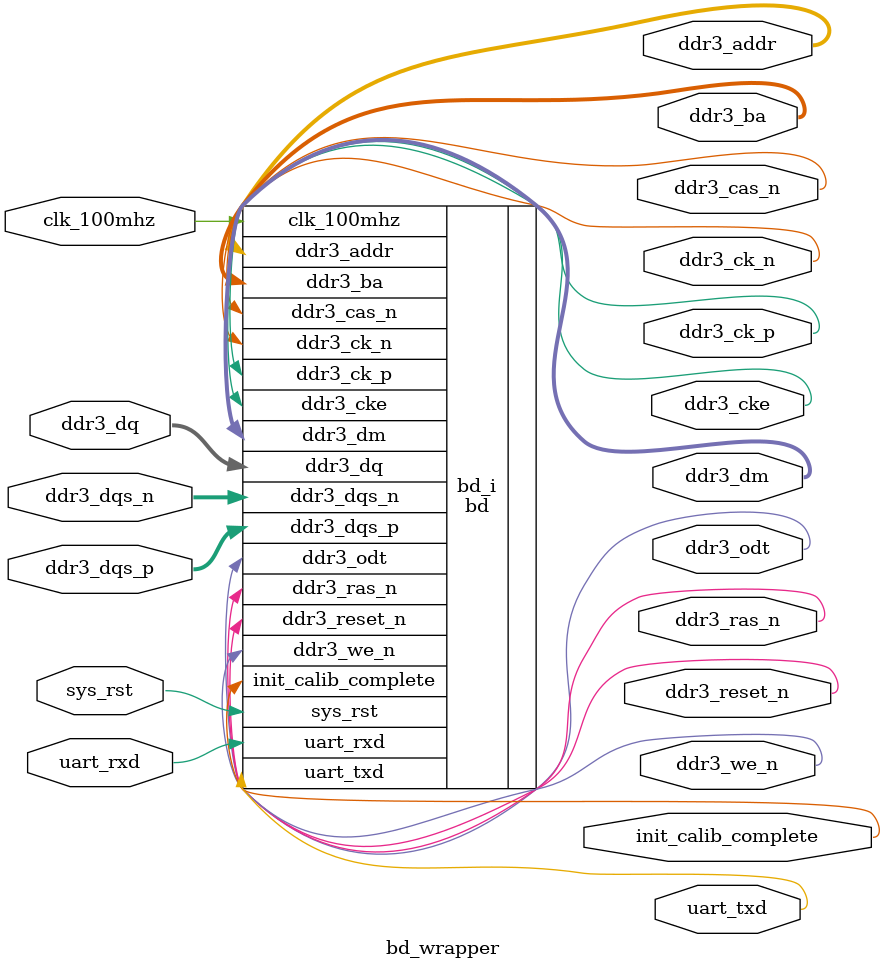
<source format=v>
`timescale 1 ps / 1 ps

module bd_wrapper
   (clk_100mhz,
    ddr3_addr,
    ddr3_ba,
    ddr3_cas_n,
    ddr3_ck_n,
    ddr3_ck_p,
    ddr3_cke,
    ddr3_dm,
    ddr3_dq,
    ddr3_dqs_n,
    ddr3_dqs_p,
    ddr3_odt,
    ddr3_ras_n,
    ddr3_reset_n,
    ddr3_we_n,
    init_calib_complete,
    sys_rst,
    uart_rxd,
    uart_txd);
  input clk_100mhz;
  output [12:0]ddr3_addr;
  output [2:0]ddr3_ba;
  output ddr3_cas_n;
  output [0:0]ddr3_ck_n;
  output [0:0]ddr3_ck_p;
  output [0:0]ddr3_cke;
  output [1:0]ddr3_dm;
  inout [15:0]ddr3_dq;
  inout [1:0]ddr3_dqs_n;
  inout [1:0]ddr3_dqs_p;
  output [0:0]ddr3_odt;
  output ddr3_ras_n;
  output ddr3_reset_n;
  output ddr3_we_n;
  output init_calib_complete;
  input sys_rst;
  input uart_rxd;
  output uart_txd;

  wire clk_100mhz;
  wire [12:0]ddr3_addr;
  wire [2:0]ddr3_ba;
  wire ddr3_cas_n;
  wire [0:0]ddr3_ck_n;
  wire [0:0]ddr3_ck_p;
  wire [0:0]ddr3_cke;
  wire [1:0]ddr3_dm;
  wire [15:0]ddr3_dq;
  wire [1:0]ddr3_dqs_n;
  wire [1:0]ddr3_dqs_p;
  wire [0:0]ddr3_odt;
  wire ddr3_ras_n;
  wire ddr3_reset_n;
  wire ddr3_we_n;
  wire init_calib_complete;
  wire sys_rst;
  wire uart_rxd;
  wire uart_txd;

  bd bd_i
       (.clk_100mhz(clk_100mhz),
        .ddr3_addr(ddr3_addr),
        .ddr3_ba(ddr3_ba),
        .ddr3_cas_n(ddr3_cas_n),
        .ddr3_ck_n(ddr3_ck_n),
        .ddr3_ck_p(ddr3_ck_p),
        .ddr3_cke(ddr3_cke),
        .ddr3_dm(ddr3_dm),
        .ddr3_dq(ddr3_dq),
        .ddr3_dqs_n(ddr3_dqs_n),
        .ddr3_dqs_p(ddr3_dqs_p),
        .ddr3_odt(ddr3_odt),
        .ddr3_ras_n(ddr3_ras_n),
        .ddr3_reset_n(ddr3_reset_n),
        .ddr3_we_n(ddr3_we_n),
        .init_calib_complete(init_calib_complete),
        .sys_rst(sys_rst),
        .uart_rxd(uart_rxd),
        .uart_txd(uart_txd));
endmodule

</source>
